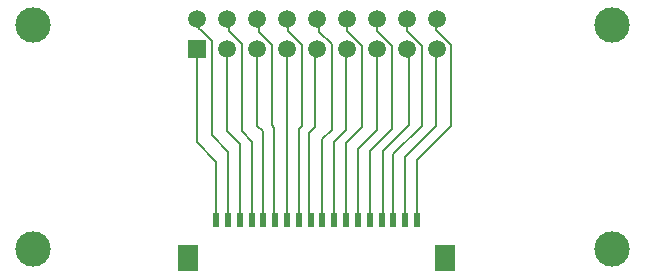
<source format=gbl>
G04*
G04 #@! TF.GenerationSoftware,Altium Limited,Altium Designer,23.9.2 (47)*
G04*
G04 Layer_Physical_Order=2*
G04 Layer_Color=16711680*
%FSLAX44Y44*%
%MOMM*%
G71*
G04*
G04 #@! TF.SameCoordinates,A97D38AF-4598-4E32-B0B2-6C7805A74480*
G04*
G04*
G04 #@! TF.FilePolarity,Positive*
G04*
G01*
G75*
%ADD19C,0.2040*%
%ADD20C,1.5000*%
%ADD21R,1.5000X1.5000*%
%ADD22C,3.0000*%
%ADD23R,1.8000X2.2000*%
%ADD24R,0.6000X1.3000*%
D19*
X257300Y134300D02*
Y202700D01*
X245720Y214280D02*
X257300Y202700D01*
X355000Y54541D02*
X355000Y54541D01*
Y105000D01*
X384000Y134000D01*
X345000Y108000D02*
X371000Y134000D01*
Y204000D01*
X345000Y54541D02*
Y108000D01*
X371000Y215681D02*
X384000Y202681D01*
Y134000D02*
Y202681D01*
X371000Y224240D02*
X371600Y224840D01*
X371000Y215681D02*
Y224240D01*
X346200Y214800D02*
Y224840D01*
Y214800D02*
X358900Y202100D01*
X320800Y224840D02*
X320894Y224746D01*
Y214280D02*
Y224746D01*
Y214280D02*
X333500Y201674D01*
X295400Y214600D02*
Y224840D01*
Y214600D02*
X308100Y201900D01*
X270000Y224840D02*
X272349Y222491D01*
Y213651D02*
Y222491D01*
Y213651D02*
X282700Y203300D01*
X269000Y133000D02*
Y199440D01*
X244600Y224840D02*
X245720Y223720D01*
Y214280D02*
Y223720D01*
X219200Y224840D02*
X221000Y223040D01*
Y214000D02*
Y223040D01*
X231900Y135100D02*
Y203100D01*
X221000Y214000D02*
X231900Y203100D01*
X220000Y134521D02*
Y199440D01*
X193800Y224840D02*
X195720Y222920D01*
Y214280D02*
Y222920D01*
X206500Y129500D02*
Y203500D01*
X195720Y214280D02*
X206500Y203500D01*
X193800Y199440D02*
X193800Y199440D01*
Y130200D02*
Y199440D01*
X168400Y224840D02*
X170880Y222360D01*
Y216120D02*
Y222360D01*
Y216120D02*
X172000Y215000D01*
X172168D01*
X181100Y206068D01*
X185000Y54541D02*
X185000Y54541D01*
Y104000D01*
X168400Y120600D02*
Y199440D01*
Y120600D02*
X185000Y104000D01*
X295000Y131000D02*
Y203700D01*
X335000Y54541D02*
Y110000D01*
X358900Y133900D01*
Y202100D01*
X348000Y135000D02*
Y201497D01*
X320800Y130800D02*
Y202200D01*
X181100Y126210D02*
Y206068D01*
Y126210D02*
X195155Y112155D01*
X195000Y112000D02*
X195155Y112155D01*
X195000Y54541D02*
Y112000D01*
X333500Y131500D02*
Y201674D01*
X282700Y130837D02*
Y203300D01*
X234380Y55161D02*
Y132620D01*
X231900Y135100D02*
X234380Y132620D01*
Y55161D02*
X235000Y54541D01*
X305000Y115000D02*
X320800Y130800D01*
X205000Y54541D02*
Y119000D01*
X193800Y130200D02*
X205000Y119000D01*
X245000Y54541D02*
Y201274D01*
X325000Y54541D02*
X326000Y55541D01*
Y113000D01*
X348000Y135000D01*
X315000Y54541D02*
Y113000D01*
X315000Y54541D02*
X315000Y54541D01*
Y113000D02*
X333500Y131500D01*
X305000Y54541D02*
Y115000D01*
X295000Y120000D02*
X308100Y133100D01*
X295000Y54541D02*
Y120000D01*
X308100Y133100D02*
Y201900D01*
X285000Y121000D02*
X295000Y131000D01*
X285000Y54541D02*
Y121000D01*
X275000Y123137D02*
X282700Y130837D01*
X275000Y54541D02*
Y123137D01*
X255000Y132000D02*
X257300Y134300D01*
X255000Y54541D02*
Y132000D01*
X264000Y55541D02*
Y128000D01*
Y55541D02*
X265000Y54541D01*
X264000Y128000D02*
X269000Y133000D01*
X215000Y54541D02*
Y121000D01*
X206500Y129500D02*
X215000Y121000D01*
X225000Y54541D02*
Y129521D01*
X220000Y134521D02*
X225000Y129521D01*
D20*
X193800Y199440D02*
D03*
X219200D02*
D03*
X244600D02*
D03*
X270000D02*
D03*
X295400D02*
D03*
X168400Y224840D02*
D03*
X193800D02*
D03*
X219200D02*
D03*
X244600D02*
D03*
X270000D02*
D03*
X295400D02*
D03*
X320800Y199440D02*
D03*
Y224840D02*
D03*
X371600Y199440D02*
D03*
Y224840D02*
D03*
X346200Y199440D02*
D03*
Y224840D02*
D03*
D21*
X168400Y199440D02*
D03*
D22*
X520000Y30000D02*
D03*
Y220000D02*
D03*
X30000D02*
D03*
Y30000D02*
D03*
D23*
X161000Y22041D02*
D03*
X379000D02*
D03*
D24*
X325000Y54541D02*
D03*
X315000D02*
D03*
X335000D02*
D03*
X345000D02*
D03*
X355000D02*
D03*
X295000D02*
D03*
X285000D02*
D03*
X305000D02*
D03*
X275000D02*
D03*
X265000D02*
D03*
X255000D02*
D03*
X245000D02*
D03*
X235000D02*
D03*
X225000D02*
D03*
X215000D02*
D03*
X205000D02*
D03*
X195000D02*
D03*
X185000D02*
D03*
M02*

</source>
